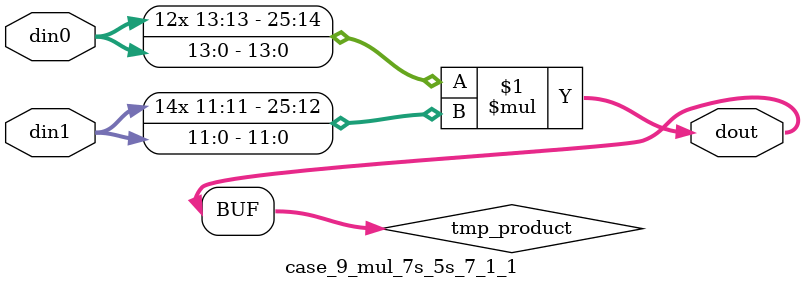
<source format=v>

`timescale 1 ns / 1 ps

 module case_9_mul_7s_5s_7_1_1(din0, din1, dout);
parameter ID = 1;
parameter NUM_STAGE = 0;
parameter din0_WIDTH = 14;
parameter din1_WIDTH = 12;
parameter dout_WIDTH = 26;

input [din0_WIDTH - 1 : 0] din0; 
input [din1_WIDTH - 1 : 0] din1; 
output [dout_WIDTH - 1 : 0] dout;

wire signed [dout_WIDTH - 1 : 0] tmp_product;



























assign tmp_product = $signed(din0) * $signed(din1);








assign dout = tmp_product;





















endmodule

</source>
